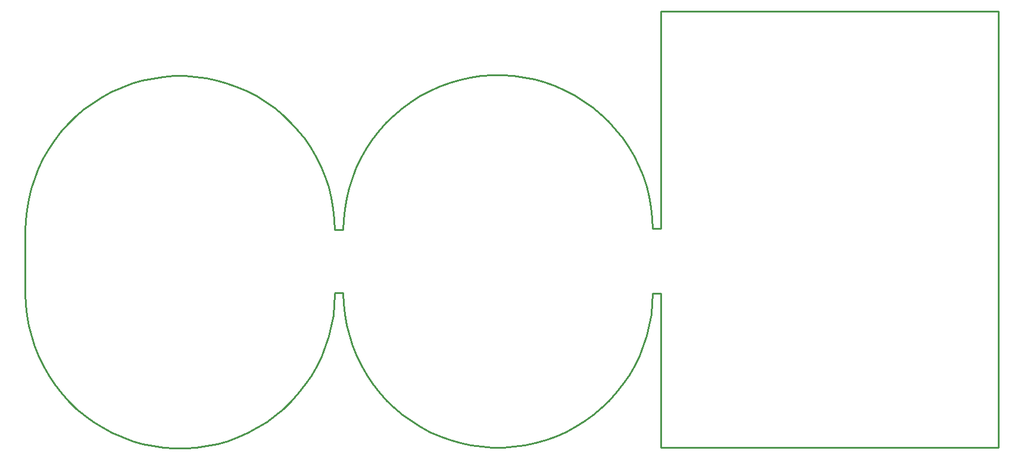
<source format=gko>
%FSDAX24Y24*%
%MOIN*%
%SFA1B1*%

%IPPOS*%
%ADD33C,0.010000*%
%LNde-180417-1*%
%LPD*%
G54D33*
X036673Y030303D02*
D01*
X036648Y030907*
X036581Y031507*
X036473Y032102*
X036323Y032688*
X036133Y033262*
X035904Y033821*
X035636Y034363*
X035330Y034885*
X034990Y035384*
X034615Y035858*
X034208Y036305*
X033770Y036723*
X033305Y037109*
X032814Y037461*
X032300Y037779*
X031764Y038059*
X031211Y038302*
X030641Y038506*
X030059Y038669*
X029467Y038791*
X028868Y038872*
X028265Y038911*
X027660Y038908*
X027057Y038862*
X026459Y038774*
X025869Y038645*
X025289Y038475*
X024722Y038265*
X024171Y038016*
X023639Y037730*
X023128Y037406*
X022641Y037048*
X022180Y036657*
X021747Y036235*
X021345Y035783*
X020976Y035305*
X020641Y034802*
X020341Y034276*
X020079Y033731*
X019856Y033170*
X019673Y032594*
X019530Y032006*
X019428Y031410*
X019368Y030809*
X019350Y030255*
Y026711D02*
D01*
X019371Y026106*
X019434Y025505*
X019539Y024910*
X019685Y024323*
X019872Y023748*
X020098Y023188*
X020363Y022644*
X020666Y022121*
X021004Y021620*
X021376Y021143*
X021780Y020694*
X022215Y020274*
X022678Y019886*
X023167Y019530*
X023680Y019210*
X024214Y018926*
X024766Y018680*
X025334Y018473*
X025915Y018307*
X026507Y018181*
X027105Y018097*
X027708Y018055*
X028313*
X028916Y018097*
X029514Y018181*
X030106Y018307*
X030687Y018473*
X031255Y018680*
X031807Y018926*
X032341Y019210*
X032854Y019530*
X033343Y019886*
X033806Y020274*
X034241Y020694*
X034645Y021143*
X035017Y021620*
X035355Y022121*
X035658Y022644*
X035923Y023188*
X036149Y023748*
X036336Y024323*
X036482Y024910*
X036587Y025505*
X036650Y026106*
X036673Y026663*
X037150Y026757D02*
D01*
X037171Y026152*
X037234Y025551*
X037339Y024956*
X037485Y024369*
X037672Y023794*
X037898Y023234*
X038163Y022690*
X038466Y022167*
X038804Y021666*
X039176Y021189*
X039580Y020740*
X040015Y020320*
X040478Y019932*
X040967Y019576*
X041480Y019256*
X042014Y018972*
X042566Y018726*
X043134Y018519*
X043715Y018353*
X044307Y018227*
X044905Y018143*
X045508Y018101*
X046113*
X046716Y018143*
X047314Y018227*
X047906Y018353*
X048487Y018519*
X049055Y018726*
X049607Y018972*
X050141Y019256*
X050654Y019576*
X051143Y019932*
X051606Y020320*
X052041Y020740*
X052445Y021189*
X052817Y021666*
X053155Y022167*
X053458Y022690*
X053723Y023234*
X053949Y023794*
X054136Y024369*
X054282Y024956*
X054387Y025551*
X054450Y026152*
X054473Y026708*
Y030349D02*
D01*
X054448Y030953*
X054381Y031553*
X054273Y032148*
X054123Y032734*
X053933Y033308*
X053704Y033867*
X053436Y034409*
X053130Y034931*
X052790Y035430*
X052415Y035904*
X052008Y036351*
X051570Y036769*
X051105Y037155*
X050614Y037507*
X050100Y037825*
X049564Y038105*
X049011Y038348*
X048441Y038552*
X047859Y038715*
X047267Y038837*
X046668Y038918*
X046065Y038957*
X045460Y038954*
X044857Y038908*
X044259Y038820*
X043669Y038691*
X043089Y038521*
X042522Y038311*
X041971Y038062*
X041439Y037776*
X040928Y037452*
X040441Y037094*
X039980Y036703*
X039547Y036281*
X039145Y035829*
X038776Y035351*
X038441Y034848*
X038141Y034322*
X037879Y033777*
X037656Y033216*
X037473Y032640*
X037330Y032052*
X037228Y031456*
X037168Y030855*
X037150Y030300*
X036673Y026663D02*
Y026723D01*
X036707Y026757*
X037150*
X054473Y030349D02*
X054949D01*
X019350Y026711D02*
Y030255D01*
X036673Y030300D02*
X037150D01*
X073848Y018100D02*
Y042509D01*
X054950D02*
X073848D01*
X054950Y018100D02*
X073848D01*
X054473Y026708D02*
X054950D01*
Y030350D02*
Y042509D01*
Y018100D02*
Y026708D01*
M02*
</source>
